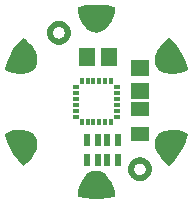
<source format=gbr>
G04 EAGLE Gerber RS-274X export*
G75*
%MOMM*%
%FSLAX34Y34*%
%LPD*%
%INSoldermask Top*%
%IPPOS*%
%AMOC8*
5,1,8,0,0,1.08239X$1,22.5*%
G01*
%ADD10R,1.601600X1.301600*%
%ADD11C,0.500000*%
%ADD12C,2.286000*%
%ADD13R,0.501600X0.311600*%
%ADD14R,0.311600X0.501600*%
%ADD15R,1.401600X1.601600*%
%ADD16R,1.601600X1.401600*%
%ADD17R,0.551600X1.001600*%

G36*
X3062Y-82374D02*
X3062Y-82374D01*
X3099Y-82376D01*
X9133Y-81742D01*
X9160Y-81734D01*
X9198Y-81732D01*
X15132Y-80470D01*
X15154Y-80461D01*
X15178Y-80459D01*
X15257Y-80419D01*
X15340Y-80386D01*
X15357Y-80370D01*
X15378Y-80359D01*
X15411Y-80325D01*
X15413Y-80323D01*
X15422Y-80313D01*
X15439Y-80294D01*
X15505Y-80234D01*
X15516Y-80213D01*
X15532Y-80195D01*
X15548Y-80157D01*
X15555Y-80149D01*
X15568Y-80111D01*
X15607Y-80034D01*
X15610Y-80011D01*
X15619Y-79989D01*
X15622Y-79951D01*
X15627Y-79936D01*
X15626Y-79897D01*
X15630Y-79841D01*
X15633Y-79811D01*
X15632Y-79807D01*
X15632Y-79802D01*
X15345Y-76043D01*
X15334Y-76003D01*
X15329Y-75945D01*
X14457Y-72278D01*
X14440Y-72240D01*
X14426Y-72183D01*
X12991Y-68698D01*
X12969Y-68663D01*
X12946Y-68609D01*
X10983Y-65391D01*
X10956Y-65360D01*
X10925Y-65310D01*
X8483Y-62439D01*
X8445Y-62408D01*
X8389Y-62349D01*
X6603Y-60963D01*
X6578Y-60950D01*
X6574Y-60945D01*
X6563Y-60940D01*
X6535Y-60917D01*
X4583Y-59776D01*
X4550Y-59764D01*
X4509Y-59739D01*
X2426Y-58862D01*
X2391Y-58855D01*
X2347Y-58835D01*
X168Y-58238D01*
X92Y-58232D01*
X19Y-58216D01*
X-24Y-58221D01*
X-56Y-58218D01*
X-100Y-58230D01*
X-168Y-58238D01*
X-2347Y-58835D01*
X-2379Y-58851D01*
X-2426Y-58862D01*
X-4509Y-59739D01*
X-4539Y-59758D01*
X-4583Y-59776D01*
X-6535Y-60917D01*
X-6561Y-60940D01*
X-6603Y-60963D01*
X-8389Y-62349D01*
X-8422Y-62386D01*
X-8483Y-62439D01*
X-10925Y-65310D01*
X-10946Y-65346D01*
X-10983Y-65391D01*
X-12946Y-68609D01*
X-12961Y-68647D01*
X-12991Y-68698D01*
X-14426Y-72183D01*
X-14435Y-72224D01*
X-14457Y-72278D01*
X-15329Y-75945D01*
X-15331Y-75986D01*
X-15345Y-76043D01*
X-15632Y-79802D01*
X-15630Y-79825D01*
X-15634Y-79849D01*
X-15622Y-79920D01*
X-15620Y-79973D01*
X-15613Y-79990D01*
X-15610Y-80025D01*
X-15599Y-80046D01*
X-15595Y-80070D01*
X-15550Y-80146D01*
X-15550Y-80147D01*
X-15536Y-80181D01*
X-15529Y-80188D01*
X-15511Y-80226D01*
X-15493Y-80243D01*
X-15481Y-80263D01*
X-15413Y-80319D01*
X-15391Y-80340D01*
X-15384Y-80347D01*
X-15382Y-80348D01*
X-15348Y-80380D01*
X-15326Y-80390D01*
X-15307Y-80405D01*
X-15170Y-80456D01*
X-15141Y-80468D01*
X-15137Y-80469D01*
X-15132Y-80470D01*
X-9198Y-81732D01*
X-9169Y-81733D01*
X-9133Y-81742D01*
X-3099Y-82376D01*
X-3071Y-82374D01*
X-3033Y-82380D01*
X3033Y-82380D01*
X3062Y-82374D01*
G37*
G36*
X-62590Y23819D02*
X-62590Y23819D01*
X-62550Y23827D01*
X-62491Y23829D01*
X-58784Y24508D01*
X-58737Y24525D01*
X-58658Y24544D01*
X-56565Y25398D01*
X-56535Y25417D01*
X-56491Y25434D01*
X-54527Y26554D01*
X-54500Y26576D01*
X-54458Y26599D01*
X-52657Y27965D01*
X-52633Y27991D01*
X-52595Y28020D01*
X-50988Y29609D01*
X-50944Y29671D01*
X-50894Y29727D01*
X-50881Y29757D01*
X-50876Y29764D01*
X-50873Y29772D01*
X-50859Y29793D01*
X-50847Y29837D01*
X-50820Y29899D01*
X-50247Y32086D01*
X-50244Y32121D01*
X-50231Y32167D01*
X-49949Y34410D01*
X-49951Y34445D01*
X-49944Y34492D01*
X-49956Y36752D01*
X-49963Y36787D01*
X-49962Y36835D01*
X-50269Y39074D01*
X-50285Y39121D01*
X-50300Y39201D01*
X-51566Y42752D01*
X-51587Y42787D01*
X-51607Y42842D01*
X-53412Y46151D01*
X-53438Y46183D01*
X-53467Y46235D01*
X-55767Y49220D01*
X-55798Y49248D01*
X-55834Y49294D01*
X-58574Y51883D01*
X-58608Y51905D01*
X-58651Y51945D01*
X-61762Y54074D01*
X-61784Y54084D01*
X-61802Y54099D01*
X-61885Y54129D01*
X-61900Y54136D01*
X-61916Y54144D01*
X-61919Y54144D01*
X-61967Y54166D01*
X-61991Y54167D01*
X-62013Y54175D01*
X-62102Y54175D01*
X-62191Y54181D01*
X-62213Y54174D01*
X-62237Y54174D01*
X-62321Y54142D01*
X-62406Y54117D01*
X-62425Y54102D01*
X-62447Y54094D01*
X-62523Y54032D01*
X-62546Y54018D01*
X-62559Y54001D01*
X-62561Y54000D01*
X-62585Y53982D01*
X-62587Y53978D01*
X-62592Y53975D01*
X-66651Y49467D01*
X-66666Y49442D01*
X-66693Y49415D01*
X-70258Y44507D01*
X-70271Y44481D01*
X-70294Y44452D01*
X-73328Y39198D01*
X-73337Y39171D01*
X-73358Y39139D01*
X-75825Y33597D01*
X-75832Y33569D01*
X-75849Y33535D01*
X-77723Y27766D01*
X-77727Y27742D01*
X-77736Y27720D01*
X-77742Y27632D01*
X-77754Y27543D01*
X-77749Y27520D01*
X-77750Y27496D01*
X-77725Y27411D01*
X-77705Y27324D01*
X-77692Y27304D01*
X-77685Y27282D01*
X-77632Y27211D01*
X-77583Y27136D01*
X-77564Y27122D01*
X-77550Y27103D01*
X-77427Y27020D01*
X-77403Y27002D01*
X-77399Y27001D01*
X-77395Y26998D01*
X-73996Y25368D01*
X-73956Y25357D01*
X-73903Y25332D01*
X-70291Y24254D01*
X-70250Y24249D01*
X-70194Y24233D01*
X-66458Y23733D01*
X-66417Y23735D01*
X-66358Y23728D01*
X-62590Y23819D01*
G37*
G36*
X66399Y23734D02*
X66399Y23734D01*
X66458Y23733D01*
X70194Y24233D01*
X70233Y24246D01*
X70291Y24254D01*
X73903Y25332D01*
X73940Y25351D01*
X73996Y25368D01*
X77395Y26998D01*
X77414Y27012D01*
X77436Y27020D01*
X77504Y27077D01*
X77576Y27129D01*
X77590Y27149D01*
X77608Y27164D01*
X77652Y27241D01*
X77701Y27315D01*
X77707Y27339D01*
X77719Y27359D01*
X77733Y27447D01*
X77753Y27534D01*
X77751Y27557D01*
X77754Y27581D01*
X77730Y27727D01*
X77726Y27756D01*
X77724Y27760D01*
X77723Y27766D01*
X75849Y33535D01*
X75835Y33561D01*
X75825Y33597D01*
X73358Y39139D01*
X73341Y39163D01*
X73328Y39198D01*
X70294Y44452D01*
X70276Y44474D01*
X70258Y44507D01*
X66693Y49415D01*
X66672Y49435D01*
X66651Y49467D01*
X62592Y53975D01*
X62573Y53989D01*
X62559Y54009D01*
X62529Y54029D01*
X62517Y54041D01*
X62484Y54059D01*
X62414Y54112D01*
X62392Y54119D01*
X62372Y54133D01*
X62285Y54153D01*
X62200Y54180D01*
X62176Y54178D01*
X62153Y54184D01*
X62065Y54173D01*
X61976Y54168D01*
X61954Y54159D01*
X61931Y54156D01*
X61883Y54132D01*
X61880Y54132D01*
X61874Y54128D01*
X61798Y54091D01*
X61770Y54079D01*
X61767Y54076D01*
X61762Y54074D01*
X58651Y51945D01*
X58622Y51916D01*
X58574Y51883D01*
X55834Y49294D01*
X55810Y49261D01*
X55767Y49220D01*
X53467Y46235D01*
X53448Y46198D01*
X53412Y46151D01*
X51607Y42842D01*
X51594Y42803D01*
X51566Y42752D01*
X50300Y39201D01*
X50292Y39152D01*
X50269Y39074D01*
X49962Y36835D01*
X49964Y36800D01*
X49956Y36752D01*
X49944Y34492D01*
X49950Y34457D01*
X49949Y34410D01*
X50231Y32167D01*
X50242Y32133D01*
X50247Y32086D01*
X50820Y29899D01*
X50852Y29831D01*
X50875Y29759D01*
X50893Y29735D01*
X50895Y29732D01*
X50901Y29725D01*
X50915Y29696D01*
X50947Y29664D01*
X50988Y29609D01*
X52595Y28020D01*
X52624Y28000D01*
X52657Y27965D01*
X54458Y26599D01*
X54490Y26583D01*
X54527Y26554D01*
X56491Y25434D01*
X56524Y25422D01*
X56565Y25398D01*
X58658Y24544D01*
X58707Y24534D01*
X58784Y24508D01*
X62491Y23829D01*
X62532Y23829D01*
X62590Y23819D01*
X66358Y23728D01*
X66399Y23734D01*
G37*
G36*
X62213Y-54174D02*
X62213Y-54174D01*
X62237Y-54174D01*
X62321Y-54142D01*
X62406Y-54117D01*
X62425Y-54102D01*
X62447Y-54094D01*
X62561Y-54000D01*
X62585Y-53982D01*
X62587Y-53978D01*
X62592Y-53975D01*
X66651Y-49467D01*
X66666Y-49442D01*
X66693Y-49415D01*
X70258Y-44507D01*
X70271Y-44481D01*
X70294Y-44452D01*
X73328Y-39198D01*
X73337Y-39171D01*
X73358Y-39139D01*
X75825Y-33597D01*
X75832Y-33569D01*
X75849Y-33535D01*
X77723Y-27766D01*
X77727Y-27742D01*
X77736Y-27720D01*
X77742Y-27632D01*
X77754Y-27543D01*
X77749Y-27520D01*
X77750Y-27496D01*
X77725Y-27411D01*
X77705Y-27324D01*
X77692Y-27304D01*
X77685Y-27282D01*
X77632Y-27211D01*
X77583Y-27136D01*
X77564Y-27122D01*
X77550Y-27103D01*
X77427Y-27020D01*
X77403Y-27002D01*
X77399Y-27001D01*
X77395Y-26998D01*
X73996Y-25368D01*
X73956Y-25357D01*
X73903Y-25332D01*
X70291Y-24254D01*
X70250Y-24249D01*
X70194Y-24233D01*
X66458Y-23733D01*
X66417Y-23735D01*
X66358Y-23728D01*
X62590Y-23819D01*
X62550Y-23827D01*
X62491Y-23829D01*
X58784Y-24508D01*
X58737Y-24525D01*
X58658Y-24544D01*
X56565Y-25398D01*
X56535Y-25417D01*
X56491Y-25434D01*
X54527Y-26554D01*
X54500Y-26576D01*
X54458Y-26599D01*
X52657Y-27965D01*
X52633Y-27991D01*
X52595Y-28020D01*
X50988Y-29609D01*
X50944Y-29671D01*
X50894Y-29727D01*
X50877Y-29766D01*
X50859Y-29793D01*
X50847Y-29837D01*
X50820Y-29899D01*
X50247Y-32086D01*
X50244Y-32121D01*
X50231Y-32167D01*
X49949Y-34410D01*
X49951Y-34445D01*
X49944Y-34492D01*
X49956Y-36752D01*
X49963Y-36787D01*
X49962Y-36835D01*
X50269Y-39074D01*
X50273Y-39087D01*
X50274Y-39093D01*
X50283Y-39117D01*
X50285Y-39121D01*
X50300Y-39201D01*
X51566Y-42752D01*
X51587Y-42787D01*
X51607Y-42842D01*
X53412Y-46151D01*
X53438Y-46183D01*
X53467Y-46235D01*
X55767Y-49220D01*
X55798Y-49248D01*
X55834Y-49294D01*
X58574Y-51883D01*
X58608Y-51905D01*
X58651Y-51945D01*
X61762Y-54074D01*
X61784Y-54084D01*
X61802Y-54099D01*
X61885Y-54129D01*
X61967Y-54166D01*
X61991Y-54167D01*
X62013Y-54175D01*
X62102Y-54175D01*
X62191Y-54181D01*
X62213Y-54174D01*
G37*
G36*
X-62065Y-54173D02*
X-62065Y-54173D01*
X-61976Y-54168D01*
X-61954Y-54159D01*
X-61931Y-54156D01*
X-61798Y-54091D01*
X-61770Y-54079D01*
X-61767Y-54076D01*
X-61762Y-54074D01*
X-58651Y-51945D01*
X-58622Y-51916D01*
X-58574Y-51883D01*
X-55834Y-49294D01*
X-55810Y-49261D01*
X-55767Y-49220D01*
X-53467Y-46235D01*
X-53448Y-46198D01*
X-53412Y-46151D01*
X-51607Y-42842D01*
X-51594Y-42803D01*
X-51566Y-42752D01*
X-50300Y-39201D01*
X-50292Y-39152D01*
X-50269Y-39074D01*
X-49962Y-36835D01*
X-49964Y-36800D01*
X-49956Y-36752D01*
X-49944Y-34492D01*
X-49950Y-34457D01*
X-49949Y-34410D01*
X-50231Y-32167D01*
X-50242Y-32133D01*
X-50247Y-32086D01*
X-50820Y-29899D01*
X-50852Y-29831D01*
X-50875Y-29759D01*
X-50901Y-29725D01*
X-50915Y-29696D01*
X-50947Y-29664D01*
X-50988Y-29609D01*
X-52595Y-28020D01*
X-52624Y-28000D01*
X-52657Y-27965D01*
X-54458Y-26599D01*
X-54490Y-26583D01*
X-54527Y-26554D01*
X-56491Y-25434D01*
X-56524Y-25422D01*
X-56565Y-25398D01*
X-58658Y-24544D01*
X-58707Y-24534D01*
X-58784Y-24508D01*
X-62491Y-23829D01*
X-62532Y-23829D01*
X-62590Y-23819D01*
X-66358Y-23728D01*
X-66399Y-23734D01*
X-66458Y-23733D01*
X-70194Y-24233D01*
X-70233Y-24246D01*
X-70291Y-24254D01*
X-73903Y-25332D01*
X-73940Y-25351D01*
X-73996Y-25368D01*
X-77395Y-26998D01*
X-77414Y-27012D01*
X-77436Y-27020D01*
X-77504Y-27077D01*
X-77576Y-27129D01*
X-77590Y-27149D01*
X-77608Y-27164D01*
X-77652Y-27241D01*
X-77701Y-27315D01*
X-77707Y-27339D01*
X-77719Y-27359D01*
X-77733Y-27447D01*
X-77753Y-27534D01*
X-77751Y-27557D01*
X-77754Y-27581D01*
X-77730Y-27727D01*
X-77726Y-27756D01*
X-77724Y-27760D01*
X-77723Y-27766D01*
X-75849Y-33535D01*
X-75835Y-33561D01*
X-75825Y-33597D01*
X-73358Y-39139D01*
X-73341Y-39163D01*
X-73328Y-39198D01*
X-70294Y-44452D01*
X-70276Y-44474D01*
X-70258Y-44507D01*
X-66693Y-49415D01*
X-66672Y-49435D01*
X-66651Y-49467D01*
X-62592Y-53975D01*
X-62573Y-53989D01*
X-62559Y-54009D01*
X-62485Y-54058D01*
X-62414Y-54112D01*
X-62392Y-54119D01*
X-62372Y-54133D01*
X-62285Y-54153D01*
X-62200Y-54180D01*
X-62176Y-54178D01*
X-62153Y-54184D01*
X-62065Y-54173D01*
G37*
G36*
X24Y58221D02*
X24Y58221D01*
X56Y58218D01*
X100Y58230D01*
X168Y58238D01*
X2347Y58835D01*
X2379Y58851D01*
X2426Y58862D01*
X4509Y59739D01*
X4539Y59758D01*
X4583Y59776D01*
X6535Y60917D01*
X6561Y60940D01*
X6603Y60963D01*
X8389Y62349D01*
X8422Y62386D01*
X8483Y62439D01*
X10925Y65310D01*
X10946Y65346D01*
X10983Y65391D01*
X12946Y68609D01*
X12961Y68647D01*
X12991Y68698D01*
X14426Y72183D01*
X14435Y72224D01*
X14457Y72278D01*
X15329Y75945D01*
X15331Y75986D01*
X15345Y76043D01*
X15632Y79802D01*
X15630Y79825D01*
X15634Y79849D01*
X15619Y79936D01*
X15610Y80025D01*
X15599Y80046D01*
X15595Y80070D01*
X15550Y80146D01*
X15511Y80226D01*
X15493Y80243D01*
X15481Y80263D01*
X15413Y80319D01*
X15348Y80380D01*
X15326Y80390D01*
X15307Y80405D01*
X15170Y80456D01*
X15141Y80468D01*
X15137Y80469D01*
X15132Y80470D01*
X9198Y81732D01*
X9169Y81733D01*
X9133Y81742D01*
X3099Y82376D01*
X3071Y82374D01*
X3033Y82380D01*
X-3033Y82380D01*
X-3062Y82374D01*
X-3099Y82376D01*
X-9133Y81742D01*
X-9160Y81734D01*
X-9198Y81732D01*
X-15132Y80470D01*
X-15154Y80461D01*
X-15178Y80459D01*
X-15257Y80419D01*
X-15340Y80386D01*
X-15357Y80370D01*
X-15378Y80359D01*
X-15439Y80294D01*
X-15505Y80234D01*
X-15516Y80213D01*
X-15532Y80195D01*
X-15566Y80113D01*
X-15607Y80034D01*
X-15610Y80011D01*
X-15619Y79989D01*
X-15630Y79841D01*
X-15633Y79811D01*
X-15632Y79807D01*
X-15632Y79802D01*
X-15345Y76043D01*
X-15334Y76003D01*
X-15329Y75945D01*
X-14457Y72278D01*
X-14440Y72240D01*
X-14426Y72183D01*
X-12991Y68698D01*
X-12969Y68663D01*
X-12946Y68609D01*
X-10983Y65391D01*
X-10956Y65360D01*
X-10925Y65310D01*
X-8483Y62439D01*
X-8445Y62408D01*
X-8389Y62349D01*
X-6603Y60963D01*
X-6572Y60947D01*
X-6535Y60917D01*
X-4583Y59776D01*
X-4550Y59764D01*
X-4509Y59739D01*
X-2426Y58862D01*
X-2391Y58855D01*
X-2347Y58835D01*
X-168Y58238D01*
X-92Y58232D01*
X-19Y58216D01*
X24Y58221D01*
G37*
D10*
X36830Y-27010D03*
X36830Y-6010D03*
D11*
X-31750Y65920D02*
X-31931Y65918D01*
X-32112Y65911D01*
X-32293Y65900D01*
X-32474Y65885D01*
X-32654Y65865D01*
X-32834Y65841D01*
X-33013Y65813D01*
X-33191Y65780D01*
X-33368Y65743D01*
X-33545Y65702D01*
X-33720Y65657D01*
X-33895Y65607D01*
X-34068Y65553D01*
X-34239Y65495D01*
X-34410Y65433D01*
X-34578Y65366D01*
X-34745Y65296D01*
X-34911Y65222D01*
X-35074Y65143D01*
X-35235Y65061D01*
X-35395Y64975D01*
X-35552Y64885D01*
X-35707Y64791D01*
X-35860Y64694D01*
X-36010Y64592D01*
X-36158Y64488D01*
X-36304Y64379D01*
X-36446Y64268D01*
X-36586Y64152D01*
X-36723Y64034D01*
X-36858Y63912D01*
X-36989Y63787D01*
X-37117Y63659D01*
X-37242Y63528D01*
X-37364Y63393D01*
X-37482Y63256D01*
X-37598Y63116D01*
X-37709Y62974D01*
X-37818Y62828D01*
X-37922Y62680D01*
X-38024Y62530D01*
X-38121Y62377D01*
X-38215Y62222D01*
X-38305Y62065D01*
X-38391Y61905D01*
X-38473Y61744D01*
X-38552Y61581D01*
X-38626Y61415D01*
X-38696Y61248D01*
X-38763Y61080D01*
X-38825Y60909D01*
X-38883Y60738D01*
X-38937Y60565D01*
X-38987Y60390D01*
X-39032Y60215D01*
X-39073Y60038D01*
X-39110Y59861D01*
X-39143Y59683D01*
X-39171Y59504D01*
X-39195Y59324D01*
X-39215Y59144D01*
X-39230Y58963D01*
X-39241Y58782D01*
X-39248Y58601D01*
X-39250Y58420D01*
X-31750Y65920D02*
X-31569Y65918D01*
X-31388Y65911D01*
X-31207Y65900D01*
X-31026Y65885D01*
X-30846Y65865D01*
X-30666Y65841D01*
X-30487Y65813D01*
X-30309Y65780D01*
X-30132Y65743D01*
X-29955Y65702D01*
X-29780Y65657D01*
X-29605Y65607D01*
X-29432Y65553D01*
X-29261Y65495D01*
X-29090Y65433D01*
X-28922Y65366D01*
X-28755Y65296D01*
X-28589Y65222D01*
X-28426Y65143D01*
X-28265Y65061D01*
X-28105Y64975D01*
X-27948Y64885D01*
X-27793Y64791D01*
X-27640Y64694D01*
X-27490Y64592D01*
X-27342Y64488D01*
X-27196Y64379D01*
X-27054Y64268D01*
X-26914Y64152D01*
X-26777Y64034D01*
X-26642Y63912D01*
X-26511Y63787D01*
X-26383Y63659D01*
X-26258Y63528D01*
X-26136Y63393D01*
X-26018Y63256D01*
X-25902Y63116D01*
X-25791Y62974D01*
X-25682Y62828D01*
X-25578Y62680D01*
X-25476Y62530D01*
X-25379Y62377D01*
X-25285Y62222D01*
X-25195Y62065D01*
X-25109Y61905D01*
X-25027Y61744D01*
X-24948Y61581D01*
X-24874Y61415D01*
X-24804Y61248D01*
X-24737Y61080D01*
X-24675Y60909D01*
X-24617Y60738D01*
X-24563Y60565D01*
X-24513Y60390D01*
X-24468Y60215D01*
X-24427Y60038D01*
X-24390Y59861D01*
X-24357Y59683D01*
X-24329Y59504D01*
X-24305Y59324D01*
X-24285Y59144D01*
X-24270Y58963D01*
X-24259Y58782D01*
X-24252Y58601D01*
X-24250Y58420D01*
X-24252Y58239D01*
X-24259Y58058D01*
X-24270Y57877D01*
X-24285Y57696D01*
X-24305Y57516D01*
X-24329Y57336D01*
X-24357Y57157D01*
X-24390Y56979D01*
X-24427Y56802D01*
X-24468Y56625D01*
X-24513Y56450D01*
X-24563Y56275D01*
X-24617Y56102D01*
X-24675Y55931D01*
X-24737Y55760D01*
X-24804Y55592D01*
X-24874Y55425D01*
X-24948Y55259D01*
X-25027Y55096D01*
X-25109Y54935D01*
X-25195Y54775D01*
X-25285Y54618D01*
X-25379Y54463D01*
X-25476Y54310D01*
X-25578Y54160D01*
X-25682Y54012D01*
X-25791Y53866D01*
X-25902Y53724D01*
X-26018Y53584D01*
X-26136Y53447D01*
X-26258Y53312D01*
X-26383Y53181D01*
X-26511Y53053D01*
X-26642Y52928D01*
X-26777Y52806D01*
X-26914Y52688D01*
X-27054Y52572D01*
X-27196Y52461D01*
X-27342Y52352D01*
X-27490Y52248D01*
X-27640Y52146D01*
X-27793Y52049D01*
X-27948Y51955D01*
X-28105Y51865D01*
X-28265Y51779D01*
X-28426Y51697D01*
X-28589Y51618D01*
X-28755Y51544D01*
X-28922Y51474D01*
X-29090Y51407D01*
X-29261Y51345D01*
X-29432Y51287D01*
X-29605Y51233D01*
X-29780Y51183D01*
X-29955Y51138D01*
X-30132Y51097D01*
X-30309Y51060D01*
X-30487Y51027D01*
X-30666Y50999D01*
X-30846Y50975D01*
X-31026Y50955D01*
X-31207Y50940D01*
X-31388Y50929D01*
X-31569Y50922D01*
X-31750Y50920D01*
X-31931Y50922D01*
X-32112Y50929D01*
X-32293Y50940D01*
X-32474Y50955D01*
X-32654Y50975D01*
X-32834Y50999D01*
X-33013Y51027D01*
X-33191Y51060D01*
X-33368Y51097D01*
X-33545Y51138D01*
X-33720Y51183D01*
X-33895Y51233D01*
X-34068Y51287D01*
X-34239Y51345D01*
X-34410Y51407D01*
X-34578Y51474D01*
X-34745Y51544D01*
X-34911Y51618D01*
X-35074Y51697D01*
X-35235Y51779D01*
X-35395Y51865D01*
X-35552Y51955D01*
X-35707Y52049D01*
X-35860Y52146D01*
X-36010Y52248D01*
X-36158Y52352D01*
X-36304Y52461D01*
X-36446Y52572D01*
X-36586Y52688D01*
X-36723Y52806D01*
X-36858Y52928D01*
X-36989Y53053D01*
X-37117Y53181D01*
X-37242Y53312D01*
X-37364Y53447D01*
X-37482Y53584D01*
X-37598Y53724D01*
X-37709Y53866D01*
X-37818Y54012D01*
X-37922Y54160D01*
X-38024Y54310D01*
X-38121Y54463D01*
X-38215Y54618D01*
X-38305Y54775D01*
X-38391Y54935D01*
X-38473Y55096D01*
X-38552Y55259D01*
X-38626Y55425D01*
X-38696Y55592D01*
X-38763Y55760D01*
X-38825Y55931D01*
X-38883Y56102D01*
X-38937Y56275D01*
X-38987Y56450D01*
X-39032Y56625D01*
X-39073Y56802D01*
X-39110Y56979D01*
X-39143Y57157D01*
X-39171Y57336D01*
X-39195Y57516D01*
X-39215Y57696D01*
X-39230Y57877D01*
X-39241Y58058D01*
X-39248Y58239D01*
X-39250Y58420D01*
D12*
X60960Y-35560D03*
X-60960Y-35560D03*
X-60960Y35560D03*
X60960Y35560D03*
X0Y-69850D03*
X0Y69850D03*
D11*
X36830Y-49650D02*
X36649Y-49652D01*
X36468Y-49659D01*
X36287Y-49670D01*
X36106Y-49685D01*
X35926Y-49705D01*
X35746Y-49729D01*
X35567Y-49757D01*
X35389Y-49790D01*
X35212Y-49827D01*
X35035Y-49868D01*
X34860Y-49913D01*
X34685Y-49963D01*
X34512Y-50017D01*
X34341Y-50075D01*
X34170Y-50137D01*
X34002Y-50204D01*
X33835Y-50274D01*
X33669Y-50348D01*
X33506Y-50427D01*
X33345Y-50509D01*
X33185Y-50595D01*
X33028Y-50685D01*
X32873Y-50779D01*
X32720Y-50876D01*
X32570Y-50978D01*
X32422Y-51082D01*
X32276Y-51191D01*
X32134Y-51302D01*
X31994Y-51418D01*
X31857Y-51536D01*
X31722Y-51658D01*
X31591Y-51783D01*
X31463Y-51911D01*
X31338Y-52042D01*
X31216Y-52177D01*
X31098Y-52314D01*
X30982Y-52454D01*
X30871Y-52596D01*
X30762Y-52742D01*
X30658Y-52890D01*
X30556Y-53040D01*
X30459Y-53193D01*
X30365Y-53348D01*
X30275Y-53505D01*
X30189Y-53665D01*
X30107Y-53826D01*
X30028Y-53989D01*
X29954Y-54155D01*
X29884Y-54322D01*
X29817Y-54490D01*
X29755Y-54661D01*
X29697Y-54832D01*
X29643Y-55005D01*
X29593Y-55180D01*
X29548Y-55355D01*
X29507Y-55532D01*
X29470Y-55709D01*
X29437Y-55887D01*
X29409Y-56066D01*
X29385Y-56246D01*
X29365Y-56426D01*
X29350Y-56607D01*
X29339Y-56788D01*
X29332Y-56969D01*
X29330Y-57150D01*
X36830Y-49650D02*
X37011Y-49652D01*
X37192Y-49659D01*
X37373Y-49670D01*
X37554Y-49685D01*
X37734Y-49705D01*
X37914Y-49729D01*
X38093Y-49757D01*
X38271Y-49790D01*
X38448Y-49827D01*
X38625Y-49868D01*
X38800Y-49913D01*
X38975Y-49963D01*
X39148Y-50017D01*
X39319Y-50075D01*
X39490Y-50137D01*
X39658Y-50204D01*
X39825Y-50274D01*
X39991Y-50348D01*
X40154Y-50427D01*
X40315Y-50509D01*
X40475Y-50595D01*
X40632Y-50685D01*
X40787Y-50779D01*
X40940Y-50876D01*
X41090Y-50978D01*
X41238Y-51082D01*
X41384Y-51191D01*
X41526Y-51302D01*
X41666Y-51418D01*
X41803Y-51536D01*
X41938Y-51658D01*
X42069Y-51783D01*
X42197Y-51911D01*
X42322Y-52042D01*
X42444Y-52177D01*
X42562Y-52314D01*
X42678Y-52454D01*
X42789Y-52596D01*
X42898Y-52742D01*
X43002Y-52890D01*
X43104Y-53040D01*
X43201Y-53193D01*
X43295Y-53348D01*
X43385Y-53505D01*
X43471Y-53665D01*
X43553Y-53826D01*
X43632Y-53989D01*
X43706Y-54155D01*
X43776Y-54322D01*
X43843Y-54490D01*
X43905Y-54661D01*
X43963Y-54832D01*
X44017Y-55005D01*
X44067Y-55180D01*
X44112Y-55355D01*
X44153Y-55532D01*
X44190Y-55709D01*
X44223Y-55887D01*
X44251Y-56066D01*
X44275Y-56246D01*
X44295Y-56426D01*
X44310Y-56607D01*
X44321Y-56788D01*
X44328Y-56969D01*
X44330Y-57150D01*
X44328Y-57331D01*
X44321Y-57512D01*
X44310Y-57693D01*
X44295Y-57874D01*
X44275Y-58054D01*
X44251Y-58234D01*
X44223Y-58413D01*
X44190Y-58591D01*
X44153Y-58768D01*
X44112Y-58945D01*
X44067Y-59120D01*
X44017Y-59295D01*
X43963Y-59468D01*
X43905Y-59639D01*
X43843Y-59810D01*
X43776Y-59978D01*
X43706Y-60145D01*
X43632Y-60311D01*
X43553Y-60474D01*
X43471Y-60635D01*
X43385Y-60795D01*
X43295Y-60952D01*
X43201Y-61107D01*
X43104Y-61260D01*
X43002Y-61410D01*
X42898Y-61558D01*
X42789Y-61704D01*
X42678Y-61846D01*
X42562Y-61986D01*
X42444Y-62123D01*
X42322Y-62258D01*
X42197Y-62389D01*
X42069Y-62517D01*
X41938Y-62642D01*
X41803Y-62764D01*
X41666Y-62882D01*
X41526Y-62998D01*
X41384Y-63109D01*
X41238Y-63218D01*
X41090Y-63322D01*
X40940Y-63424D01*
X40787Y-63521D01*
X40632Y-63615D01*
X40475Y-63705D01*
X40315Y-63791D01*
X40154Y-63873D01*
X39991Y-63952D01*
X39825Y-64026D01*
X39658Y-64096D01*
X39490Y-64163D01*
X39319Y-64225D01*
X39148Y-64283D01*
X38975Y-64337D01*
X38800Y-64387D01*
X38625Y-64432D01*
X38448Y-64473D01*
X38271Y-64510D01*
X38093Y-64543D01*
X37914Y-64571D01*
X37734Y-64595D01*
X37554Y-64615D01*
X37373Y-64630D01*
X37192Y-64641D01*
X37011Y-64648D01*
X36830Y-64650D01*
X36649Y-64648D01*
X36468Y-64641D01*
X36287Y-64630D01*
X36106Y-64615D01*
X35926Y-64595D01*
X35746Y-64571D01*
X35567Y-64543D01*
X35389Y-64510D01*
X35212Y-64473D01*
X35035Y-64432D01*
X34860Y-64387D01*
X34685Y-64337D01*
X34512Y-64283D01*
X34341Y-64225D01*
X34170Y-64163D01*
X34002Y-64096D01*
X33835Y-64026D01*
X33669Y-63952D01*
X33506Y-63873D01*
X33345Y-63791D01*
X33185Y-63705D01*
X33028Y-63615D01*
X32873Y-63521D01*
X32720Y-63424D01*
X32570Y-63322D01*
X32422Y-63218D01*
X32276Y-63109D01*
X32134Y-62998D01*
X31994Y-62882D01*
X31857Y-62764D01*
X31722Y-62642D01*
X31591Y-62517D01*
X31463Y-62389D01*
X31338Y-62258D01*
X31216Y-62123D01*
X31098Y-61986D01*
X30982Y-61846D01*
X30871Y-61704D01*
X30762Y-61558D01*
X30658Y-61410D01*
X30556Y-61260D01*
X30459Y-61107D01*
X30365Y-60952D01*
X30275Y-60795D01*
X30189Y-60635D01*
X30107Y-60474D01*
X30028Y-60311D01*
X29954Y-60145D01*
X29884Y-59978D01*
X29817Y-59810D01*
X29755Y-59639D01*
X29697Y-59468D01*
X29643Y-59295D01*
X29593Y-59120D01*
X29548Y-58945D01*
X29507Y-58768D01*
X29470Y-58591D01*
X29437Y-58413D01*
X29409Y-58234D01*
X29385Y-58054D01*
X29365Y-57874D01*
X29350Y-57693D01*
X29339Y-57512D01*
X29332Y-57331D01*
X29330Y-57150D01*
D13*
X17250Y-12500D03*
X17250Y-7500D03*
X17250Y-2500D03*
X17250Y2500D03*
X17250Y7500D03*
X17250Y12500D03*
D14*
X12500Y17250D03*
X7500Y17250D03*
X2500Y17250D03*
X-2500Y17250D03*
X-7500Y17250D03*
X-12500Y17250D03*
D13*
X-17250Y12500D03*
X-17250Y7500D03*
X-17250Y2500D03*
X-17250Y-2500D03*
X-17250Y-7500D03*
X-17250Y-12500D03*
D14*
X-12500Y-17250D03*
X-7500Y-17250D03*
X-2500Y-17250D03*
X2500Y-17250D03*
X7500Y-17250D03*
X12500Y-17250D03*
D15*
X10770Y38100D03*
X-8230Y38100D03*
D16*
X36830Y28550D03*
X36830Y9550D03*
D17*
X18080Y-49140D03*
X18080Y-32140D03*
X9080Y-49140D03*
X1080Y-49140D03*
X-7920Y-49140D03*
X-7920Y-32140D03*
X9080Y-32140D03*
X1080Y-32140D03*
M02*

</source>
